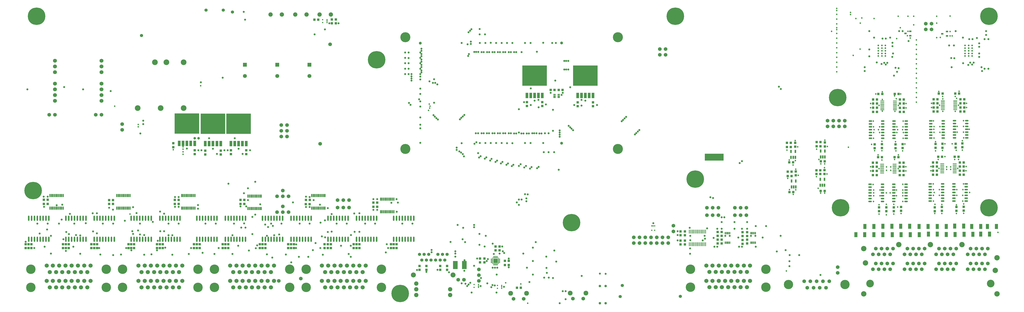
<source format=gbs>
G04*
G04 #@! TF.GenerationSoftware,Altium Limited,Altium Designer,18.1.9 (240)*
G04*
G04 Layer_Color=16711935*
%FSLAX25Y25*%
%MOIN*%
G70*
G01*
G75*
%ADD65R,0.33000X0.12000*%
%ADD69R,0.04240X0.04240*%
%ADD70R,0.04240X0.04240*%
%ADD81O,0.02862X0.09161*%
%ADD85R,0.08000X0.14000*%
%ADD86R,0.02153X0.04000*%
%ADD95R,0.01681X0.06799*%
%ADD96C,0.06500*%
%ADD97C,0.09358*%
%ADD98C,0.13295*%
%ADD99C,0.04437*%
%ADD100C,0.30500*%
%ADD101R,0.06799X0.06799*%
%ADD102C,0.06799*%
%ADD103C,0.07200*%
%ADD104C,0.16500*%
%ADD105C,0.16248*%
%ADD106C,0.08374*%
%ADD107C,0.07500*%
%ADD108C,0.05500*%
%ADD109C,0.08700*%
%ADD110C,0.17500*%
%ADD111C,0.03500*%
%ADD112C,0.05098*%
%ADD113C,0.09949*%
%ADD114C,0.02700*%
%ADD115C,0.04500*%
%ADD116C,0.03000*%
%ADD155O,0.06209X0.02862*%
%ADD156R,0.02941X0.05303*%
%ADD157R,0.03847X0.02862*%
%ADD158R,0.05500X0.08768*%
%ADD159R,0.06996X0.01681*%
%ADD160R,0.04700X0.09500*%
%ADD161R,0.42500X0.35500*%
%ADD162R,0.02075X0.05421*%
%ADD163R,0.01681X0.01681*%
%ADD164R,0.01681X0.04043*%
%ADD165R,0.04043X0.01681*%
%ADD166R,0.07587X0.07587*%
%ADD167R,0.02468X0.02075*%
%ADD168R,0.02075X0.02468*%
%ADD169R,0.03847X0.02075*%
D65*
X1202500Y260000D02*
D03*
D69*
X1395413Y285405D02*
D03*
Y278713D02*
D03*
X1394707Y237260D02*
D03*
Y230567D02*
D03*
X1343673Y278153D02*
D03*
Y284846D02*
D03*
X1344467Y228153D02*
D03*
Y234846D02*
D03*
X1586500Y165654D02*
D03*
Y172346D02*
D03*
X1624303Y166119D02*
D03*
Y172812D02*
D03*
X1598949Y166119D02*
D03*
Y172812D02*
D03*
X1637046Y166654D02*
D03*
Y173346D02*
D03*
X1482000Y282252D02*
D03*
Y275559D02*
D03*
X1494695Y282587D02*
D03*
Y275894D02*
D03*
X1530500Y282587D02*
D03*
Y275894D02*
D03*
X1518403Y282252D02*
D03*
Y275559D02*
D03*
X1588054Y276153D02*
D03*
Y282846D02*
D03*
X1599905Y276373D02*
D03*
Y283066D02*
D03*
X1634798Y277153D02*
D03*
Y283846D02*
D03*
X1623000Y276654D02*
D03*
Y283347D02*
D03*
X1489500Y172348D02*
D03*
Y165655D02*
D03*
X1502300Y172346D02*
D03*
Y165654D02*
D03*
X1528071Y172812D02*
D03*
Y166119D02*
D03*
X1515221Y172348D02*
D03*
Y165655D02*
D03*
X829000Y97154D02*
D03*
Y103847D02*
D03*
X544000Y500347D02*
D03*
Y493653D02*
D03*
X822000Y103847D02*
D03*
Y97154D02*
D03*
X795000Y82846D02*
D03*
Y76153D02*
D03*
X802500Y82846D02*
D03*
Y76153D02*
D03*
X991788Y355500D02*
D03*
Y348807D02*
D03*
X298141Y271847D02*
D03*
Y265154D02*
D03*
X964988Y355500D02*
D03*
Y348807D02*
D03*
X261000Y284068D02*
D03*
Y277375D02*
D03*
X316700Y271346D02*
D03*
Y264653D02*
D03*
X343500Y271346D02*
D03*
Y264653D02*
D03*
X876602Y355847D02*
D03*
Y349153D02*
D03*
X361197Y272000D02*
D03*
Y265307D02*
D03*
X903402Y355847D02*
D03*
Y349153D02*
D03*
X388000Y272000D02*
D03*
Y265307D02*
D03*
X79000Y107976D02*
D03*
Y101284D02*
D03*
X192770Y107976D02*
D03*
Y101284D02*
D03*
X307000Y107976D02*
D03*
Y101284D02*
D03*
X421384Y107976D02*
D03*
Y101284D02*
D03*
X535326Y107976D02*
D03*
Y101284D02*
D03*
X649498Y107976D02*
D03*
Y101284D02*
D03*
X9000Y107976D02*
D03*
Y101284D02*
D03*
X128270Y107976D02*
D03*
Y101284D02*
D03*
X242538Y107976D02*
D03*
Y101284D02*
D03*
X356691Y107976D02*
D03*
Y101284D02*
D03*
X470845Y107976D02*
D03*
Y101284D02*
D03*
X584998Y107976D02*
D03*
Y101284D02*
D03*
X73831Y107976D02*
D03*
Y101284D02*
D03*
X187770Y107976D02*
D03*
Y101284D02*
D03*
X302038Y107976D02*
D03*
Y101284D02*
D03*
X416384Y107976D02*
D03*
Y101284D02*
D03*
X529826Y107976D02*
D03*
Y101284D02*
D03*
X644498Y107976D02*
D03*
Y101284D02*
D03*
X14000Y107976D02*
D03*
Y101284D02*
D03*
X123270Y107976D02*
D03*
Y101284D02*
D03*
X237538Y107976D02*
D03*
Y101284D02*
D03*
X351691Y107976D02*
D03*
Y101284D02*
D03*
X465845Y107976D02*
D03*
Y101284D02*
D03*
X579998Y107976D02*
D03*
Y101284D02*
D03*
X69000Y107976D02*
D03*
Y101284D02*
D03*
X183067Y107976D02*
D03*
Y101284D02*
D03*
X297000Y107976D02*
D03*
Y101284D02*
D03*
X411567Y107976D02*
D03*
Y101284D02*
D03*
X524326Y107976D02*
D03*
Y101284D02*
D03*
X639831Y107976D02*
D03*
Y101284D02*
D03*
X4000Y107976D02*
D03*
Y101284D02*
D03*
X118402Y107976D02*
D03*
Y101284D02*
D03*
X232538Y107976D02*
D03*
Y101284D02*
D03*
X347000Y107976D02*
D03*
Y101284D02*
D03*
X461000Y107976D02*
D03*
Y101284D02*
D03*
X574831Y107976D02*
D03*
Y101284D02*
D03*
X1252000Y128847D02*
D03*
Y122153D02*
D03*
X1260000Y109153D02*
D03*
Y115847D02*
D03*
Y128847D02*
D03*
Y122153D02*
D03*
X1252000Y108653D02*
D03*
Y115347D02*
D03*
X1208500Y129347D02*
D03*
Y122653D02*
D03*
Y109153D02*
D03*
Y115847D02*
D03*
X1215500Y129347D02*
D03*
Y122653D02*
D03*
Y109153D02*
D03*
Y115847D02*
D03*
X1144000Y130347D02*
D03*
Y123653D02*
D03*
Y107653D02*
D03*
Y114347D02*
D03*
X1151500Y130347D02*
D03*
Y123653D02*
D03*
Y107653D02*
D03*
Y114347D02*
D03*
X737500Y63197D02*
D03*
Y69890D02*
D03*
X725500Y63197D02*
D03*
Y69890D02*
D03*
X701500Y63197D02*
D03*
Y69890D02*
D03*
X689500Y63197D02*
D03*
Y69890D02*
D03*
X537000Y493653D02*
D03*
Y500347D02*
D03*
D70*
X1388327Y252500D02*
D03*
X1395020D02*
D03*
X1387313Y230567D02*
D03*
X1380620D02*
D03*
X1388120Y201000D02*
D03*
X1394813D02*
D03*
X1380620Y237000D02*
D03*
X1387313D02*
D03*
X1336020Y284894D02*
D03*
X1329327D02*
D03*
Y277500D02*
D03*
X1336020D02*
D03*
X1337313Y234500D02*
D03*
X1330620D02*
D03*
Y227000D02*
D03*
X1337313D02*
D03*
X1340020Y250765D02*
D03*
X1333327D02*
D03*
X1340313Y199000D02*
D03*
X1333620D02*
D03*
X1380827Y286305D02*
D03*
X1387520D02*
D03*
Y278906D02*
D03*
X1380827D02*
D03*
X1599400Y260500D02*
D03*
X1592707D02*
D03*
X1590347Y250726D02*
D03*
X1583654D02*
D03*
X1621307Y260500D02*
D03*
X1628000D02*
D03*
X1630307Y250726D02*
D03*
X1637000D02*
D03*
X1583654Y243726D02*
D03*
X1590347D02*
D03*
Y236395D02*
D03*
X1583654D02*
D03*
X1590347Y229186D02*
D03*
X1583654D02*
D03*
X1630307Y243726D02*
D03*
X1637000D02*
D03*
Y236226D02*
D03*
X1630307D02*
D03*
Y229186D02*
D03*
X1637000D02*
D03*
X1488453Y370274D02*
D03*
X1495146D02*
D03*
X1532747Y353500D02*
D03*
X1526054D02*
D03*
X1486093Y360500D02*
D03*
X1479400D02*
D03*
X1523746Y370274D02*
D03*
X1517054D02*
D03*
X1526054Y360500D02*
D03*
X1532747D02*
D03*
X1486093Y353500D02*
D03*
X1479400D02*
D03*
Y346169D02*
D03*
X1486093D02*
D03*
Y338961D02*
D03*
X1479400D02*
D03*
X1526054Y346000D02*
D03*
X1532747D02*
D03*
X1526054Y338961D02*
D03*
X1532747D02*
D03*
X1600357Y370754D02*
D03*
X1593664D02*
D03*
X1591303Y346648D02*
D03*
X1584610D02*
D03*
Y353979D02*
D03*
X1591303D02*
D03*
Y360979D02*
D03*
X1584610D02*
D03*
X1622264Y370754D02*
D03*
X1628957D02*
D03*
X1631264Y353979D02*
D03*
X1637957D02*
D03*
Y346479D02*
D03*
X1631264D02*
D03*
Y360979D02*
D03*
X1637957D02*
D03*
X1591303Y339440D02*
D03*
X1584610D02*
D03*
X1631264D02*
D03*
X1637957D02*
D03*
X1485693Y243262D02*
D03*
X1479000D02*
D03*
X1485693Y250262D02*
D03*
X1479000D02*
D03*
Y235931D02*
D03*
X1485693D02*
D03*
Y228722D02*
D03*
X1479000D02*
D03*
X1525653Y235762D02*
D03*
X1532347D02*
D03*
X1525653Y228722D02*
D03*
X1532347D02*
D03*
Y243262D02*
D03*
X1525653D02*
D03*
Y250262D02*
D03*
X1532347D02*
D03*
X1488054Y260036D02*
D03*
X1494746D02*
D03*
X1523347D02*
D03*
X1516654D02*
D03*
X859359Y32000D02*
D03*
X866052D02*
D03*
X838153Y71500D02*
D03*
X844847D02*
D03*
X838153Y79000D02*
D03*
X844847D02*
D03*
X513346Y500059D02*
D03*
X506653D02*
D03*
X42309Y178260D02*
D03*
X35616D02*
D03*
X156000Y178143D02*
D03*
X149307D02*
D03*
X270331Y178167D02*
D03*
X263638D02*
D03*
X384731Y178260D02*
D03*
X378038D02*
D03*
X498331Y178053D02*
D03*
X491638D02*
D03*
X616024Y173317D02*
D03*
X609331D02*
D03*
X35653Y185546D02*
D03*
X42347D02*
D03*
X149153Y185000D02*
D03*
X155847D02*
D03*
X263638Y185353D02*
D03*
X270331D02*
D03*
X378038Y185260D02*
D03*
X384731D02*
D03*
X491845D02*
D03*
X498538D02*
D03*
X609331Y180675D02*
D03*
X616024D02*
D03*
X924658Y377153D02*
D03*
X917965D02*
D03*
X931965D02*
D03*
X938657D02*
D03*
D81*
X108963Y116669D02*
D03*
X103963D02*
D03*
X98963D02*
D03*
X93963D02*
D03*
X88963D02*
D03*
X83963D02*
D03*
X78963D02*
D03*
X73963D02*
D03*
X108963Y153362D02*
D03*
X103963D02*
D03*
X98963D02*
D03*
X93963D02*
D03*
X88963D02*
D03*
X83963D02*
D03*
X78963D02*
D03*
X73963D02*
D03*
X222770Y116669D02*
D03*
X217770D02*
D03*
X212770D02*
D03*
X207770D02*
D03*
X202770D02*
D03*
X197770D02*
D03*
X192770D02*
D03*
X187770D02*
D03*
X222770Y153362D02*
D03*
X217770D02*
D03*
X212770D02*
D03*
X207770D02*
D03*
X202770D02*
D03*
X197770D02*
D03*
X192770D02*
D03*
X187770D02*
D03*
X337038Y116669D02*
D03*
X332038D02*
D03*
X327038D02*
D03*
X322038D02*
D03*
X317038D02*
D03*
X312038D02*
D03*
X307038D02*
D03*
X302038D02*
D03*
X337038Y153362D02*
D03*
X332038D02*
D03*
X327038D02*
D03*
X322038D02*
D03*
X317038D02*
D03*
X312038D02*
D03*
X307038D02*
D03*
X302038D02*
D03*
X451384Y116669D02*
D03*
X446384D02*
D03*
X441384D02*
D03*
X436384D02*
D03*
X431384D02*
D03*
X426384D02*
D03*
X421384D02*
D03*
X416384D02*
D03*
X451384Y153362D02*
D03*
X446384D02*
D03*
X441384D02*
D03*
X436384D02*
D03*
X431384D02*
D03*
X426384D02*
D03*
X421384D02*
D03*
X416384D02*
D03*
X565345Y116669D02*
D03*
X560345D02*
D03*
X555345D02*
D03*
X550345D02*
D03*
X545345D02*
D03*
X540345D02*
D03*
X535345D02*
D03*
X530345D02*
D03*
X565345Y153362D02*
D03*
X560345D02*
D03*
X555345D02*
D03*
X550345D02*
D03*
X545345D02*
D03*
X540345D02*
D03*
X535345D02*
D03*
X530345D02*
D03*
X679498Y116669D02*
D03*
X674498D02*
D03*
X669498D02*
D03*
X664498D02*
D03*
X659498D02*
D03*
X654498D02*
D03*
X649498D02*
D03*
X644498D02*
D03*
X679498Y153362D02*
D03*
X674498D02*
D03*
X669498D02*
D03*
X664498D02*
D03*
X659498D02*
D03*
X654498D02*
D03*
X649498D02*
D03*
X644498D02*
D03*
X44463Y116516D02*
D03*
X39463D02*
D03*
X34463D02*
D03*
X29463D02*
D03*
X24463D02*
D03*
X19463D02*
D03*
X14463D02*
D03*
X9463D02*
D03*
X44463Y153209D02*
D03*
X39463D02*
D03*
X34463D02*
D03*
X29463D02*
D03*
X24463D02*
D03*
X19463D02*
D03*
X14463D02*
D03*
X9463D02*
D03*
X158270Y116516D02*
D03*
X153270D02*
D03*
X148270D02*
D03*
X143270D02*
D03*
X138270D02*
D03*
X133270D02*
D03*
X128270D02*
D03*
X123270D02*
D03*
X158270Y153209D02*
D03*
X153270D02*
D03*
X148270D02*
D03*
X143270D02*
D03*
X138270D02*
D03*
X133270D02*
D03*
X128270D02*
D03*
X123270D02*
D03*
X272538Y116516D02*
D03*
X267538D02*
D03*
X262538D02*
D03*
X257538D02*
D03*
X252538D02*
D03*
X247538D02*
D03*
X242538D02*
D03*
X237538D02*
D03*
X272538Y153209D02*
D03*
X267538D02*
D03*
X262538D02*
D03*
X257538D02*
D03*
X252538D02*
D03*
X247538D02*
D03*
X242538D02*
D03*
X237538D02*
D03*
X386691Y116516D02*
D03*
X381691D02*
D03*
X376691D02*
D03*
X371691D02*
D03*
X366691D02*
D03*
X361691D02*
D03*
X356691D02*
D03*
X351691D02*
D03*
X386691Y153209D02*
D03*
X381691D02*
D03*
X376691D02*
D03*
X371691D02*
D03*
X366691D02*
D03*
X361691D02*
D03*
X356691D02*
D03*
X351691D02*
D03*
X500845Y116516D02*
D03*
X495845D02*
D03*
X490845D02*
D03*
X485845D02*
D03*
X480845D02*
D03*
X475845D02*
D03*
X470845D02*
D03*
X465845D02*
D03*
X500845Y153209D02*
D03*
X495845D02*
D03*
X490845D02*
D03*
X485845D02*
D03*
X480845D02*
D03*
X475845D02*
D03*
X470845D02*
D03*
X465845D02*
D03*
X614998Y116516D02*
D03*
X609998D02*
D03*
X604998D02*
D03*
X599998D02*
D03*
X594998D02*
D03*
X589998D02*
D03*
X584998D02*
D03*
X579998D02*
D03*
X614998Y153209D02*
D03*
X609998D02*
D03*
X604998D02*
D03*
X599998D02*
D03*
X594998D02*
D03*
X589998D02*
D03*
X584998D02*
D03*
X579998D02*
D03*
D85*
X767500Y71500D02*
D03*
X752004D02*
D03*
D86*
X1266500Y127287D02*
D03*
Y110711D02*
D03*
X1269059D02*
D03*
X1271618D02*
D03*
X1274177D02*
D03*
X1269059Y127287D02*
D03*
X1271618D02*
D03*
X1274177D02*
D03*
X1222000D02*
D03*
Y110711D02*
D03*
X1224559D02*
D03*
X1227118D02*
D03*
X1229677D02*
D03*
X1224559Y127287D02*
D03*
X1227118D02*
D03*
X1229677D02*
D03*
D95*
X1159425Y130024D02*
D03*
X1161984D02*
D03*
X1164543D02*
D03*
X1167102D02*
D03*
X1169661D02*
D03*
X1172221D02*
D03*
X1174780D02*
D03*
X1177339D02*
D03*
X1179898D02*
D03*
X1182457D02*
D03*
X1185016D02*
D03*
X1187575D02*
D03*
X1159425Y107976D02*
D03*
X1161984D02*
D03*
X1164543D02*
D03*
X1167102D02*
D03*
X1169661D02*
D03*
X1172221D02*
D03*
X1174780D02*
D03*
X1177339D02*
D03*
X1179898D02*
D03*
X1182457D02*
D03*
X1185016D02*
D03*
X1187575D02*
D03*
D96*
X1400000Y313500D02*
D03*
X1410000D02*
D03*
X1420000D02*
D03*
X1430000D02*
D03*
Y323500D02*
D03*
X1420000D02*
D03*
X1410000D02*
D03*
X1400000D02*
D03*
X1504016Y74300D02*
D03*
X1494016D02*
D03*
X1484016D02*
D03*
X1514016D02*
D03*
X1479016Y64300D02*
D03*
X1489016D02*
D03*
X1499016D02*
D03*
X1509016D02*
D03*
Y90284D02*
D03*
X1499016D02*
D03*
X1489016D02*
D03*
X1479016D02*
D03*
X1514016Y100284D02*
D03*
X1484016D02*
D03*
X1494016D02*
D03*
X1504016D02*
D03*
X1559016Y74300D02*
D03*
X1549016D02*
D03*
X1539016D02*
D03*
X1569016D02*
D03*
X1534016Y64300D02*
D03*
X1544016D02*
D03*
X1554016D02*
D03*
X1564016D02*
D03*
Y90284D02*
D03*
X1554016D02*
D03*
X1544016D02*
D03*
X1534016D02*
D03*
X1569016Y100284D02*
D03*
X1539016D02*
D03*
X1549016D02*
D03*
X1559016D02*
D03*
X1614016Y74300D02*
D03*
X1604016D02*
D03*
X1594016D02*
D03*
X1624016D02*
D03*
X1589016Y64300D02*
D03*
X1599016D02*
D03*
X1609016D02*
D03*
X1619016D02*
D03*
Y90284D02*
D03*
X1609016D02*
D03*
X1599016D02*
D03*
X1589016D02*
D03*
X1624016Y100284D02*
D03*
X1594016D02*
D03*
X1604016D02*
D03*
X1614016D02*
D03*
X1669016D02*
D03*
X1659016D02*
D03*
X1649016D02*
D03*
X1679016D02*
D03*
X1644016Y90284D02*
D03*
X1654016D02*
D03*
X1664016D02*
D03*
X1674016D02*
D03*
Y64300D02*
D03*
X1664016D02*
D03*
X1654016D02*
D03*
X1644016D02*
D03*
X1679016Y74300D02*
D03*
X1649016D02*
D03*
X1659016D02*
D03*
X1669016D02*
D03*
X1581000Y493000D02*
D03*
Y483000D02*
D03*
X1571000D02*
D03*
Y493000D02*
D03*
X1118000Y448606D02*
D03*
Y438606D02*
D03*
X1108000D02*
D03*
Y448606D02*
D03*
X1375547Y31909D02*
D03*
X1364642D02*
D03*
X1386453D02*
D03*
X1397358D02*
D03*
X1402811Y43091D02*
D03*
X1391905D02*
D03*
X1381000D02*
D03*
X1359189D02*
D03*
X1370094D02*
D03*
X974500Y12760D02*
D03*
X956783D02*
D03*
X871000Y12498D02*
D03*
X853284D02*
D03*
X136000Y333853D02*
D03*
X126000D02*
D03*
X171995Y307500D02*
D03*
Y317500D02*
D03*
X461500Y191499D02*
D03*
X451500D02*
D03*
X441500D02*
D03*
X451500Y201499D02*
D03*
X567000Y172000D02*
D03*
X557000D02*
D03*
X547000D02*
D03*
X566983Y185000D02*
D03*
X556983D02*
D03*
X546983D02*
D03*
X459000Y315917D02*
D03*
Y305917D02*
D03*
Y295917D02*
D03*
X449000D02*
D03*
Y305917D02*
D03*
Y315917D02*
D03*
X45000Y333853D02*
D03*
X55000D02*
D03*
X451500Y174000D02*
D03*
X441500Y164000D02*
D03*
X451500D02*
D03*
X461500D02*
D03*
X793000Y64000D02*
D03*
Y54000D02*
D03*
Y44000D02*
D03*
X767000Y46000D02*
D03*
X757000D02*
D03*
X1131500Y130289D02*
D03*
Y140289D02*
D03*
X1092500Y120000D02*
D03*
X1102500D02*
D03*
X1082500D02*
D03*
X1072500D02*
D03*
X1112500D02*
D03*
X1122500D02*
D03*
X1062500D02*
D03*
Y110000D02*
D03*
X1072500D02*
D03*
X1082500D02*
D03*
X1092500D02*
D03*
X1102500D02*
D03*
X1112500D02*
D03*
X1122500D02*
D03*
X1210000Y171500D02*
D03*
X1200000D02*
D03*
X1190000D02*
D03*
X1238500Y158500D02*
D03*
X1248500D02*
D03*
X1258500D02*
D03*
X1210000D02*
D03*
X1200000D02*
D03*
X1190000D02*
D03*
X1238500Y171500D02*
D03*
X1248500D02*
D03*
X1258500D02*
D03*
X1417500Y58000D02*
D03*
Y68000D02*
D03*
X516646Y283347D02*
D03*
X534000Y457000D02*
D03*
X985388Y394894D02*
D03*
Y409394D02*
D03*
X978388Y402153D02*
D03*
X971388Y409394D02*
D03*
Y394394D02*
D03*
X897002Y394894D02*
D03*
Y409394D02*
D03*
X890002Y402153D02*
D03*
X883002Y409394D02*
D03*
Y394394D02*
D03*
X381600Y325305D02*
D03*
X374600Y318065D02*
D03*
X381600Y310805D02*
D03*
X367600Y310305D02*
D03*
Y325305D02*
D03*
X337100Y325305D02*
D03*
Y310805D02*
D03*
X330100Y318065D02*
D03*
X323100Y325305D02*
D03*
Y310305D02*
D03*
X291741Y311240D02*
D03*
Y325740D02*
D03*
X284741Y318500D02*
D03*
X277741Y325740D02*
D03*
Y310740D02*
D03*
X483014Y48000D02*
D03*
X444500Y43900D02*
D03*
D97*
X1695000Y21308D02*
D03*
Y84300D02*
D03*
X1691909Y62292D02*
D03*
X1634016Y107292D02*
D03*
X1579016D02*
D03*
X1524016D02*
D03*
X1466024Y75284D02*
D03*
X1462933Y100284D02*
D03*
Y21308D02*
D03*
D98*
X1474016Y39300D02*
D03*
X1684016D02*
D03*
D99*
X1013500Y4752D02*
D03*
X1003500D02*
D03*
X1013500Y34752D02*
D03*
X1003500D02*
D03*
D100*
X1422500Y171500D02*
D03*
X1417500Y364000D02*
D03*
X1681000Y171500D02*
D03*
X954454Y145500D02*
D03*
X656000Y22000D02*
D03*
X23000Y506000D02*
D03*
X1681000D02*
D03*
X17000Y201499D02*
D03*
X615000Y430000D02*
D03*
X1135000Y506000D02*
D03*
X1169500Y221500D02*
D03*
D101*
X497996Y421307D02*
D03*
X441881Y421307D02*
D03*
X385767D02*
D03*
D102*
X497996Y401607D02*
D03*
X441881Y401607D02*
D03*
X385767D02*
D03*
X55000Y358381D02*
D03*
Y368381D02*
D03*
Y378381D02*
D03*
Y388381D02*
D03*
Y408381D02*
D03*
Y418381D02*
D03*
Y428381D02*
D03*
X136000Y358381D02*
D03*
Y368381D02*
D03*
Y378381D02*
D03*
Y388381D02*
D03*
Y408381D02*
D03*
Y418381D02*
D03*
Y428381D02*
D03*
D103*
X519700Y43900D02*
D03*
X530600D02*
D03*
X552400D02*
D03*
X541500D02*
D03*
X585100D02*
D03*
X596000D02*
D03*
X574200D02*
D03*
X563300D02*
D03*
X525150Y32700D02*
D03*
X536050D02*
D03*
X557850D02*
D03*
X546950D02*
D03*
X590550D02*
D03*
X579650D02*
D03*
X568750D02*
D03*
X546950Y59300D02*
D03*
X536050D02*
D03*
X525150D02*
D03*
X568750D02*
D03*
X557850D02*
D03*
X579650D02*
D03*
X590550D02*
D03*
X563300Y70500D02*
D03*
X574200D02*
D03*
X596000D02*
D03*
X585100D02*
D03*
X541500D02*
D03*
X552400D02*
D03*
X530600D02*
D03*
X519700D02*
D03*
X359967Y43900D02*
D03*
X370867D02*
D03*
X392667D02*
D03*
X381767D02*
D03*
X425367D02*
D03*
X436267D02*
D03*
X414467D02*
D03*
X403567D02*
D03*
X365417Y32700D02*
D03*
X376317D02*
D03*
X398117D02*
D03*
X387217D02*
D03*
X430817D02*
D03*
X419917D02*
D03*
X409017D02*
D03*
X387217Y59300D02*
D03*
X376317D02*
D03*
X365417D02*
D03*
X409017D02*
D03*
X398117D02*
D03*
X419917D02*
D03*
X430817D02*
D03*
X403567Y70500D02*
D03*
X414467D02*
D03*
X436267D02*
D03*
X425367D02*
D03*
X381767D02*
D03*
X392667D02*
D03*
X370867D02*
D03*
X359967D02*
D03*
X200233Y43900D02*
D03*
X211133D02*
D03*
X232933D02*
D03*
X222033D02*
D03*
X265633D02*
D03*
X276533D02*
D03*
X254733D02*
D03*
X243833D02*
D03*
X205683Y32700D02*
D03*
X216583D02*
D03*
X238383D02*
D03*
X227483D02*
D03*
X271083D02*
D03*
X260183D02*
D03*
X249283D02*
D03*
X227483Y59300D02*
D03*
X216583D02*
D03*
X205683D02*
D03*
X249283D02*
D03*
X238383D02*
D03*
X260183D02*
D03*
X271083D02*
D03*
X243833Y70500D02*
D03*
X254733D02*
D03*
X276533D02*
D03*
X265633D02*
D03*
X222033D02*
D03*
X232933D02*
D03*
X211133D02*
D03*
X200233D02*
D03*
X40500Y43900D02*
D03*
X51400D02*
D03*
X73200D02*
D03*
X62300D02*
D03*
X105900D02*
D03*
X116800D02*
D03*
X95000D02*
D03*
X84100D02*
D03*
X45950Y32700D02*
D03*
X56850D02*
D03*
X78650D02*
D03*
X67750D02*
D03*
X111350D02*
D03*
X100450D02*
D03*
X89550D02*
D03*
X67750Y59300D02*
D03*
X56850D02*
D03*
X45950D02*
D03*
X89550D02*
D03*
X78650D02*
D03*
X100450D02*
D03*
X111350D02*
D03*
X84100Y70500D02*
D03*
X95000D02*
D03*
X116800D02*
D03*
X105900D02*
D03*
X62300D02*
D03*
X73200D02*
D03*
X51400D02*
D03*
X40500D02*
D03*
X1188800Y44000D02*
D03*
X1199700D02*
D03*
X1221500D02*
D03*
X1210600D02*
D03*
X1254200D02*
D03*
X1265100D02*
D03*
X1243300D02*
D03*
X1232400D02*
D03*
X1194250Y32800D02*
D03*
X1205150D02*
D03*
X1226950D02*
D03*
X1216050D02*
D03*
X1259650D02*
D03*
X1248750D02*
D03*
X1237850D02*
D03*
X1216050Y59400D02*
D03*
X1205150D02*
D03*
X1194250D02*
D03*
X1237850D02*
D03*
X1226950D02*
D03*
X1248750D02*
D03*
X1259650D02*
D03*
X1232400Y70600D02*
D03*
X1243300D02*
D03*
X1265100D02*
D03*
X1254200D02*
D03*
X1210600D02*
D03*
X1221500D02*
D03*
X1199700D02*
D03*
X1188800D02*
D03*
D104*
X492250Y32700D02*
D03*
Y64200D02*
D03*
X623450D02*
D03*
Y32700D02*
D03*
X332517D02*
D03*
Y64200D02*
D03*
X463717D02*
D03*
Y32700D02*
D03*
X172783D02*
D03*
Y64200D02*
D03*
X303983D02*
D03*
Y32700D02*
D03*
X13050D02*
D03*
Y64200D02*
D03*
X144250D02*
D03*
Y32700D02*
D03*
X1161350Y32800D02*
D03*
Y64300D02*
D03*
X1292550D02*
D03*
Y32800D02*
D03*
D105*
X1331807Y37500D02*
D03*
X1430193D02*
D03*
D106*
X979441Y22563D02*
D03*
X951842D02*
D03*
X875941Y22302D02*
D03*
X848343D02*
D03*
D107*
X683900Y39303D02*
D03*
Y29303D02*
D03*
Y19303D02*
D03*
X743100Y29303D02*
D03*
Y19303D02*
D03*
X515660Y509000D02*
D03*
X535345D02*
D03*
X430158D02*
D03*
X449843D02*
D03*
X473158D02*
D03*
X492842D02*
D03*
D108*
X733500Y80303D02*
D03*
X725508D02*
D03*
X717508D02*
D03*
X693508D02*
D03*
X701508D02*
D03*
X709500D02*
D03*
X729500Y90303D02*
D03*
X721500D02*
D03*
X737500D02*
D03*
X705500D02*
D03*
X697500D02*
D03*
X689500D02*
D03*
X1039000Y16500D02*
D03*
X205683Y472208D02*
D03*
X318000Y516598D02*
D03*
X364000Y513304D02*
D03*
X347921Y516508D02*
D03*
X1143500Y17000D02*
D03*
X1042500Y36000D02*
D03*
D109*
X748100Y54303D02*
D03*
X678900D02*
D03*
D110*
X1034831Y274289D02*
D03*
X664831Y469289D02*
D03*
Y274289D02*
D03*
X1034831Y469289D02*
D03*
D111*
X762831Y284339D02*
D03*
Y459339D02*
D03*
X690831Y284789D02*
D03*
X1620476Y432472D02*
D03*
X1620018Y454976D02*
D03*
X759000Y270000D02*
D03*
X754153Y276465D02*
D03*
Y272539D02*
D03*
X762000Y268000D02*
D03*
X764909Y265154D02*
D03*
X691000Y316670D02*
D03*
X507000Y474100D02*
D03*
X1318747Y379039D02*
D03*
X1315142Y382889D02*
D03*
X1247000Y249500D02*
D03*
X883347Y379789D02*
D03*
X1518403Y416024D02*
D03*
X1520843Y408779D02*
D03*
X1515621Y402355D02*
D03*
X1530500Y480000D02*
D03*
X1540937Y462653D02*
D03*
X875531Y183030D02*
D03*
X1251000Y253000D02*
D03*
X932000Y238000D02*
D03*
X878000Y195000D02*
D03*
X1292962Y139538D02*
D03*
X1275000D02*
D03*
X1318340Y122653D02*
D03*
X674000Y351316D02*
D03*
X690831Y329269D02*
D03*
X721500Y325500D02*
D03*
X716409Y330591D02*
D03*
X718954Y328046D02*
D03*
X713863Y333137D02*
D03*
X1003500Y56500D02*
D03*
X671329Y354466D02*
D03*
X785264Y283154D02*
D03*
X767000Y261300D02*
D03*
X815000Y257000D02*
D03*
X812500Y254000D02*
D03*
X821894Y251515D02*
D03*
X824500Y254000D02*
D03*
X788500Y286000D02*
D03*
X910500Y66500D02*
D03*
X203654Y301275D02*
D03*
X208500Y323500D02*
D03*
Y317453D02*
D03*
X491831Y172760D02*
D03*
X263831Y173260D02*
D03*
X922000Y49000D02*
D03*
X924347Y97000D02*
D03*
X933500Y5000D02*
D03*
X944000Y12000D02*
D03*
X939000Y26000D02*
D03*
X944000Y25872D02*
D03*
X1523500Y415319D02*
D03*
X640500Y180234D02*
D03*
X412288Y177500D02*
D03*
X190823Y172500D02*
D03*
X67500Y177000D02*
D03*
X1311677Y95300D02*
D03*
X1350500Y88859D02*
D03*
X1333500Y69572D02*
D03*
X1334000Y88859D02*
D03*
X1333500Y78322D02*
D03*
X1327000Y97500D02*
D03*
X1387500Y54068D02*
D03*
X71000Y382097D02*
D03*
X706971Y392261D02*
D03*
X715000Y396000D02*
D03*
X532500Y493653D02*
D03*
X548500Y493500D02*
D03*
X524818Y483000D02*
D03*
X308808Y390489D02*
D03*
X104000Y378214D02*
D03*
X7000D02*
D03*
X1238000Y146500D02*
D03*
X1472500Y436000D02*
D03*
X951842Y381889D02*
D03*
X926000Y393653D02*
D03*
X403500Y217000D02*
D03*
X310000Y272000D02*
D03*
X304500Y272000D02*
D03*
X715000Y355035D02*
D03*
X780439Y23415D02*
D03*
X859000Y181000D02*
D03*
X910235Y86347D02*
D03*
X876500Y67042D02*
D03*
X892000Y111667D02*
D03*
X881000Y42000D02*
D03*
X911465Y58000D02*
D03*
X906500Y49500D02*
D03*
X391000Y185000D02*
D03*
X346806Y398648D02*
D03*
X152000Y375074D02*
D03*
X225323Y147000D02*
D03*
X806000Y259500D02*
D03*
X803234Y257175D02*
D03*
X831382Y249026D02*
D03*
X834000Y251500D02*
D03*
X793294Y259115D02*
D03*
X420935Y142131D02*
D03*
X434374Y140000D02*
D03*
X425876Y138000D02*
D03*
X466438Y76153D02*
D03*
X385908Y500012D02*
D03*
X383742Y513489D02*
D03*
X474760Y101284D02*
D03*
X475117Y107653D02*
D03*
X424061Y90390D02*
D03*
X404715Y101000D02*
D03*
X433421Y84592D02*
D03*
X406850Y106000D02*
D03*
X570279Y124049D02*
D03*
X66636Y150789D02*
D03*
X120600Y161976D02*
D03*
X392667Y96877D02*
D03*
X332517Y91000D02*
D03*
X288000D02*
D03*
X170000Y90000D02*
D03*
X134000D02*
D03*
X42331Y190760D02*
D03*
X58000Y176000D02*
D03*
X35831Y173260D02*
D03*
X394500Y272000D02*
D03*
X373909Y105331D02*
D03*
X364054Y90788D02*
D03*
X436500Y123500D02*
D03*
X252577Y123614D02*
D03*
X244865Y130500D02*
D03*
X188000Y97211D02*
D03*
X203000Y125000D02*
D03*
X210347Y124000D02*
D03*
X517141Y145455D02*
D03*
X585100Y162000D02*
D03*
X536665Y160558D02*
D03*
X516380Y177000D02*
D03*
X469345Y181000D02*
D03*
X498331Y190260D02*
D03*
X491831Y190760D02*
D03*
X505400Y185000D02*
D03*
X199571Y131892D02*
D03*
X189620Y130500D02*
D03*
X238154D02*
D03*
X384000Y197000D02*
D03*
X247000Y102000D02*
D03*
X232500Y97211D02*
D03*
X190823Y125823D02*
D03*
X87000Y103667D02*
D03*
X635000Y101284D02*
D03*
X632500Y107800D02*
D03*
X570000Y85900D02*
D03*
X496000D02*
D03*
X457000Y90000D02*
D03*
X479500Y85900D02*
D03*
X340000Y101284D02*
D03*
X223000Y90303D02*
D03*
X259270Y89500D02*
D03*
X132000Y101284D02*
D03*
X69500Y116479D02*
D03*
X37000Y103667D02*
D03*
X4000Y112260D02*
D03*
X91760Y124000D02*
D03*
X81000Y161000D02*
D03*
X156000Y168202D02*
D03*
X149424Y171424D02*
D03*
X391094Y205405D02*
D03*
X388000Y174000D02*
D03*
X649498Y186500D02*
D03*
X525000Y149714D02*
D03*
X403567Y159500D02*
D03*
X379224Y136776D02*
D03*
X238000Y165000D02*
D03*
X61823Y144000D02*
D03*
X176711Y149000D02*
D03*
X594998Y143760D02*
D03*
X630969Y93500D02*
D03*
X553000Y105240D02*
D03*
X517000Y101284D02*
D03*
X525459Y120000D02*
D03*
X424000Y122653D02*
D03*
X445400Y125000D02*
D03*
X398748Y155500D02*
D03*
Y125500D02*
D03*
X386554Y137000D02*
D03*
X364054Y123653D02*
D03*
X312000Y93000D02*
D03*
X292000Y101284D02*
D03*
X179000D02*
D03*
X210347Y89569D02*
D03*
X259270Y123653D02*
D03*
X234000Y113787D02*
D03*
X244847Y161153D02*
D03*
X197000Y162160D02*
D03*
X108500Y144706D02*
D03*
X156331Y89000D02*
D03*
X128024Y127024D02*
D03*
X74654Y129347D02*
D03*
X128024Y161976D02*
D03*
X121331Y130331D02*
D03*
X98847Y123346D02*
D03*
Y91285D02*
D03*
X79323Y125500D02*
D03*
X73831Y96169D02*
D03*
X28323Y126532D02*
D03*
X41153Y133587D02*
D03*
X47846Y91500D02*
D03*
Y122500D02*
D03*
X19000Y101284D02*
D03*
X431191Y143760D02*
D03*
X384384Y144206D02*
D03*
X741000Y58903D02*
D03*
X721000Y63163D02*
D03*
X701508Y59400D02*
D03*
X685300Y63059D02*
D03*
X576000Y161535D02*
D03*
X650000Y164650D02*
D03*
X652000Y180526D02*
D03*
X529806Y170835D02*
D03*
X615831Y167996D02*
D03*
X357000Y213712D02*
D03*
X840822Y246587D02*
D03*
X843500Y249000D02*
D03*
X848481Y301500D02*
D03*
X844881D02*
D03*
X839032D02*
D03*
X835432D02*
D03*
X862706Y186000D02*
D03*
X875531Y188000D02*
D03*
X867153Y186000D02*
D03*
X862500Y176500D02*
D03*
X873207Y195091D02*
D03*
X818941Y90788D02*
D03*
X529972Y129087D02*
D03*
X536600Y130000D02*
D03*
X519500Y121500D02*
D03*
X508491Y109991D02*
D03*
X504000Y97500D02*
D03*
X521321Y89569D02*
D03*
X566153Y90847D02*
D03*
X570000Y105240D02*
D03*
X576500Y129500D02*
D03*
X585100Y129600D02*
D03*
X791563Y301500D02*
D03*
Y267000D02*
D03*
X797637Y301500D02*
D03*
X801237D02*
D03*
X796000Y261500D02*
D03*
X807086Y301500D02*
D03*
X810686D02*
D03*
X202884Y143760D02*
D03*
X449331D02*
D03*
X1160000Y136500D02*
D03*
X951909Y311962D02*
D03*
X303831Y170050D02*
D03*
Y176260D02*
D03*
X498331Y172774D02*
D03*
X615831Y186496D02*
D03*
X1013500Y56087D02*
D03*
X1645000Y420832D02*
D03*
X1651500Y421500D02*
D03*
X752000Y95702D02*
D03*
X743500Y112000D02*
D03*
X768997Y111500D02*
D03*
X1160500Y91298D02*
D03*
X823500Y23500D02*
D03*
X998500Y351000D02*
D03*
X959000D02*
D03*
X909500Y352000D02*
D03*
X883302Y351000D02*
D03*
X355500Y272000D02*
D03*
X350000D02*
D03*
X367900Y293000D02*
D03*
X323400D02*
D03*
X381600Y265500D02*
D03*
X336800D02*
D03*
X922000Y342500D02*
D03*
X871500Y355847D02*
D03*
X896702Y360000D02*
D03*
X897002Y347000D02*
D03*
X971688Y360000D02*
D03*
Y350000D02*
D03*
X1676000Y473307D02*
D03*
X1635500Y468500D02*
D03*
X1636000Y424000D02*
D03*
X1481000Y468500D02*
D03*
X1485642Y425342D02*
D03*
X1668000Y417000D02*
D03*
X1616000D02*
D03*
X1464500D02*
D03*
X1200500Y188700D02*
D03*
X764500Y116500D02*
D03*
X270331Y173260D02*
D03*
X1472500Y448000D02*
D03*
X787500Y301500D02*
D03*
X1251000Y135000D02*
D03*
X1208000D02*
D03*
X1139000Y130500D02*
D03*
X794000Y126000D02*
D03*
Y107000D02*
D03*
X270331Y190260D02*
D03*
X918000Y372307D02*
D03*
X978388Y358653D02*
D03*
X890002D02*
D03*
X374600Y274565D02*
D03*
X330100Y274565D02*
D03*
X284741Y275000D02*
D03*
X752000Y86197D02*
D03*
X767500Y61500D02*
D03*
X768000Y80000D02*
D03*
X1275000Y103500D02*
D03*
X1186500Y117500D02*
D03*
X1160500Y100425D02*
D03*
X1220163Y155000D02*
D03*
X1215500D02*
D03*
X1190266Y135525D02*
D03*
X765500Y136500D02*
D03*
X914500Y49500D02*
D03*
X927500Y77500D02*
D03*
X1196000Y190000D02*
D03*
X894000Y444000D02*
D03*
X893311Y301500D02*
D03*
X689000Y360815D02*
D03*
X862500Y343500D02*
D03*
Y303000D02*
D03*
X922000Y306000D02*
D03*
X923846Y268500D02*
D03*
X1046591Y327591D02*
D03*
X1069591Y304591D02*
D03*
X1260000Y135000D02*
D03*
Y146500D02*
D03*
X764954Y330954D02*
D03*
X933500Y302900D02*
D03*
X1072137Y307137D02*
D03*
X1049137Y330137D02*
D03*
X767500Y333500D02*
D03*
X949363Y314508D02*
D03*
X933500Y306500D02*
D03*
X690831Y357390D02*
D03*
X1238000Y135000D02*
D03*
X1215500Y146500D02*
D03*
Y135000D02*
D03*
X759863Y325863D02*
D03*
X762409Y328409D02*
D03*
X933500Y295700D02*
D03*
Y299300D02*
D03*
X954454Y309417D02*
D03*
X957000Y306871D02*
D03*
X1041500Y322500D02*
D03*
X1044046Y325046D02*
D03*
X1067046Y302046D02*
D03*
X1064500Y299500D02*
D03*
X948730Y428000D02*
D03*
X941530D02*
D03*
X945130D02*
D03*
X948730Y413000D02*
D03*
X941530D02*
D03*
X945130D02*
D03*
X867153Y443237D02*
D03*
X857930D02*
D03*
X854330D02*
D03*
X848481D02*
D03*
X844881D02*
D03*
X839032D02*
D03*
X811000D02*
D03*
X816535D02*
D03*
X820135D02*
D03*
X825983D02*
D03*
X829583D02*
D03*
X835432D02*
D03*
X914397Y301500D02*
D03*
Y268500D02*
D03*
X906000D02*
D03*
X894334Y240575D02*
D03*
X897000Y243000D02*
D03*
X881894Y240015D02*
D03*
X884500Y242500D02*
D03*
X872000Y242000D02*
D03*
X875000Y244500D02*
D03*
X862500D02*
D03*
X865500Y247500D02*
D03*
X850262Y244147D02*
D03*
X853000Y246500D02*
D03*
X907873Y301500D02*
D03*
X902024Y301275D02*
D03*
X898424D02*
D03*
X889426Y301500D02*
D03*
X885826D02*
D03*
X876377Y301275D02*
D03*
X879977D02*
D03*
X866928D02*
D03*
X870528D02*
D03*
X857930D02*
D03*
X854330D02*
D03*
X829583Y301500D02*
D03*
X825984D02*
D03*
X820135D02*
D03*
X816535D02*
D03*
X803612Y474100D02*
D03*
X794163Y483500D02*
D03*
Y474100D02*
D03*
X807311Y443237D02*
D03*
X780091Y483091D02*
D03*
X777546Y480546D02*
D03*
X775000Y478000D02*
D03*
X801237Y443237D02*
D03*
X797637D02*
D03*
X792013Y443500D02*
D03*
X784813D02*
D03*
X788413D02*
D03*
X664500Y414309D02*
D03*
X675500Y404859D02*
D03*
X690831Y400500D02*
D03*
X670500Y404859D02*
D03*
X664500Y404859D02*
D03*
X670500Y414308D02*
D03*
Y423757D02*
D03*
X664500D02*
D03*
X670500Y433000D02*
D03*
X664500Y433206D02*
D03*
X670500Y442654D02*
D03*
X664500D02*
D03*
X693000Y411384D02*
D03*
Y407784D02*
D03*
Y420832D02*
D03*
Y417232D02*
D03*
Y430281D02*
D03*
Y426681D02*
D03*
Y439730D02*
D03*
Y436130D02*
D03*
X690831Y310371D02*
D03*
X690831Y348166D02*
D03*
X690831Y395411D02*
D03*
X693000Y449179D02*
D03*
Y445579D02*
D03*
X378038Y174000D02*
D03*
X773215Y456777D02*
D03*
X779000Y461500D02*
D03*
X774300Y436400D02*
D03*
X775500Y440000D02*
D03*
X778965Y457500D02*
D03*
X710536Y94036D02*
D03*
X710500Y98000D02*
D03*
X720500Y386900D02*
D03*
X717000Y389500D02*
D03*
X713000D02*
D03*
X784500Y141500D02*
D03*
X756000D02*
D03*
X784500Y137500D02*
D03*
Y70341D02*
D03*
X675500Y401000D02*
D03*
X772500Y35000D02*
D03*
X675500Y397321D02*
D03*
X775046Y37546D02*
D03*
X675500Y393500D02*
D03*
X778000Y40500D02*
D03*
X1266500Y122653D02*
D03*
X1274177D02*
D03*
X1221921D02*
D03*
X1229677D02*
D03*
X1096500Y144500D02*
D03*
X1646500Y466051D02*
D03*
X1664000Y452543D02*
D03*
X1648453Y425000D02*
D03*
X1654358D02*
D03*
X1664000Y458500D02*
D03*
Y440732D02*
D03*
Y434827D02*
D03*
X1652390Y466051D02*
D03*
X1611500Y454904D02*
D03*
X1615154Y432927D02*
D03*
X1660000Y468000D02*
D03*
X1623000Y480000D02*
D03*
X1676000D02*
D03*
X1669000Y410307D02*
D03*
X1679847Y414308D02*
D03*
X1673153D02*
D03*
X1679847Y466000D02*
D03*
X1673153Y466051D02*
D03*
X1501390Y467000D02*
D03*
X1495500D02*
D03*
X1472516Y480000D02*
D03*
X1524500D02*
D03*
X1509000Y468500D02*
D03*
X1501390Y421500D02*
D03*
X1494000Y422500D02*
D03*
X1464500Y410307D02*
D03*
X1512643Y434827D02*
D03*
X1513000Y453500D02*
D03*
Y459500D02*
D03*
X1504000Y424500D02*
D03*
X1498500D02*
D03*
X1514000Y440732D02*
D03*
X690831Y370214D02*
D03*
X690831Y379663D02*
D03*
X690831Y404859D02*
D03*
X690831Y414308D02*
D03*
X690831Y423757D02*
D03*
X690831Y433206D02*
D03*
X690831Y442654D02*
D03*
X882902Y459339D02*
D03*
X873452Y459339D02*
D03*
X851406Y459339D02*
D03*
X841957Y459339D02*
D03*
X832508Y459339D02*
D03*
X823059Y459339D02*
D03*
X813610Y459500D02*
D03*
X804161Y459339D02*
D03*
X794713Y459339D02*
D03*
X904949Y459500D02*
D03*
X920697Y459338D02*
D03*
X926996Y459339D02*
D03*
X904949Y284500D02*
D03*
X882902D02*
D03*
X873453D02*
D03*
X851406Y284339D02*
D03*
X841957Y284339D02*
D03*
X832508Y284500D02*
D03*
X823059D02*
D03*
X813610D02*
D03*
X804161D02*
D03*
X794713D02*
D03*
X936811Y368653D02*
D03*
X938811Y372153D02*
D03*
X1139000Y114500D02*
D03*
Y124000D02*
D03*
X1186000Y122500D02*
D03*
X1203000Y103500D02*
D03*
X1246000D02*
D03*
X1287000Y119500D02*
D03*
X1244500D02*
D03*
X1251000Y103500D02*
D03*
X1208000D02*
D03*
X1161000Y115000D02*
D03*
Y122500D02*
D03*
X1182500Y114500D02*
D03*
X1201500Y119000D02*
D03*
X816500Y36500D02*
D03*
X817000Y67000D02*
D03*
X821000D02*
D03*
X820619Y36000D02*
D03*
X806746Y78663D02*
D03*
X808500Y82000D02*
D03*
X796500Y49000D02*
D03*
X803000Y104000D02*
D03*
X817000Y109000D02*
D03*
X833500Y104000D02*
D03*
X837000Y92500D02*
D03*
X834500Y95500D02*
D03*
X805000Y122500D02*
D03*
X845000Y67500D02*
D03*
Y83000D02*
D03*
X824000Y55000D02*
D03*
X829000Y91500D02*
D03*
X790000Y83000D02*
D03*
X825000Y67000D02*
D03*
X836500Y33500D02*
D03*
X814500Y33000D02*
D03*
X752000Y91500D02*
D03*
X807500Y39500D02*
D03*
X763000D02*
D03*
X769500Y39000D02*
D03*
X796000Y35000D02*
D03*
X887099Y101850D02*
D03*
X886926Y78480D02*
D03*
Y54980D02*
D03*
X870228Y91480D02*
D03*
X972000Y52500D02*
D03*
X35331Y190760D02*
D03*
X263831Y190260D02*
D03*
X609331Y167996D02*
D03*
Y186496D02*
D03*
X24231Y143760D02*
D03*
X42331D02*
D03*
X88731D02*
D03*
X138384D02*
D03*
X156331D02*
D03*
X252538D02*
D03*
X270331D02*
D03*
X317038D02*
D03*
X334831D02*
D03*
X366691D02*
D03*
X480845D02*
D03*
X498331D02*
D03*
X562831D02*
D03*
X545345D02*
D03*
X677331D02*
D03*
X659498D02*
D03*
X612331D02*
D03*
D112*
X936831Y284339D02*
D03*
Y459339D02*
D03*
X690831Y458789D02*
D03*
D113*
X229101Y425717D02*
D03*
X249101D02*
D03*
X279101D02*
D03*
Y345717D02*
D03*
X239101D02*
D03*
X199101D02*
D03*
D114*
X261000Y273000D02*
D03*
X278041Y265000D02*
D03*
Y278000D02*
D03*
Y273923D02*
D03*
Y269338D02*
D03*
X1604372Y283347D02*
D03*
X1604444Y261024D02*
D03*
X1436195Y277152D02*
D03*
X1588000Y287000D02*
D03*
X1584866Y308408D02*
D03*
X1586994Y177494D02*
D03*
X1585504Y198106D02*
D03*
X1628000Y350648D02*
D03*
X1625562Y303408D02*
D03*
X1646592Y308408D02*
D03*
X1607300Y242954D02*
D03*
Y238500D02*
D03*
X1580105Y243726D02*
D03*
X1614402Y243000D02*
D03*
X1626750Y240395D02*
D03*
X1594000D02*
D03*
X1614402Y238500D02*
D03*
X1516575Y367000D02*
D03*
X1488054Y263947D02*
D03*
X1488589Y307881D02*
D03*
X1495146Y374000D02*
D03*
X1534648Y282887D02*
D03*
X1348931Y228153D02*
D03*
X1518403Y286846D02*
D03*
X1521952Y307929D02*
D03*
X1494746Y287471D02*
D03*
X1489669Y350169D02*
D03*
X1494695Y255000D02*
D03*
X1489579Y239931D02*
D03*
X1509000Y197691D02*
D03*
X1502252Y177548D02*
D03*
Y197642D02*
D03*
X1515221Y177500D02*
D03*
X1399780Y278713D02*
D03*
X1634798Y288398D02*
D03*
X1636902Y178260D02*
D03*
X1647152Y198155D02*
D03*
X1621307Y255933D02*
D03*
X1622257Y366000D02*
D03*
X200000Y316968D02*
D03*
Y313032D02*
D03*
X1539919Y505920D02*
D03*
X1539839Y479496D02*
D03*
X1613355Y506159D02*
D03*
Y479096D02*
D03*
X185500Y160458D02*
D03*
X1590000Y468600D02*
D03*
Y506000D02*
D03*
Y494000D02*
D03*
X1523000Y506000D02*
D03*
X1550000D02*
D03*
Y491000D02*
D03*
X1449209Y502000D02*
D03*
X1481000D02*
D03*
X1617000Y471616D02*
D03*
X1457000Y493901D02*
D03*
X1520154Y466953D02*
D03*
X707154Y345473D02*
D03*
X705193Y341605D02*
D03*
X706582Y352542D02*
D03*
X708000Y349000D02*
D03*
X1340020Y246144D02*
D03*
X1340313Y194871D02*
D03*
X1394813Y197106D02*
D03*
X1395020Y248125D02*
D03*
X1527369Y370274D02*
D03*
X1483800D02*
D03*
X1482000Y271346D02*
D03*
X1530500Y271009D02*
D03*
X1519000Y271000D02*
D03*
X1494695Y271337D02*
D03*
X1523347Y263846D02*
D03*
X1628957Y374786D02*
D03*
X1593664Y374527D02*
D03*
X1634798Y272248D02*
D03*
X1624000Y272000D02*
D03*
X1599905Y271628D02*
D03*
X1588054Y271009D02*
D03*
X1628000Y256037D02*
D03*
X1592707D02*
D03*
X1637046Y161980D02*
D03*
X1624303Y161491D02*
D03*
X1598949Y161602D02*
D03*
X1586500Y161491D02*
D03*
X1528071Y161535D02*
D03*
X1515221Y160578D02*
D03*
X1502300Y159256D02*
D03*
X1489500Y160558D02*
D03*
X1399000Y230567D02*
D03*
X1348000Y277913D02*
D03*
X1617000Y283347D02*
D03*
X1624303Y176697D02*
D03*
X1599016Y177254D02*
D03*
X1476693Y282252D02*
D03*
X1600357Y366000D02*
D03*
X1595000Y350648D02*
D03*
X1523223Y350169D02*
D03*
X1530571Y307929D02*
D03*
X1480881Y307881D02*
D03*
X1516654Y255933D02*
D03*
X1522800Y239931D02*
D03*
X1522000Y172812D02*
D03*
X1554500Y456300D02*
D03*
Y447942D02*
D03*
Y439583D02*
D03*
Y422867D02*
D03*
Y414508D02*
D03*
Y406150D02*
D03*
Y397792D02*
D03*
Y380939D02*
D03*
Y372717D02*
D03*
Y364358D02*
D03*
Y356000D02*
D03*
X1416000Y409000D02*
D03*
Y417356D02*
D03*
Y425712D02*
D03*
Y434069D02*
D03*
Y450781D02*
D03*
Y459137D02*
D03*
Y467494D02*
D03*
Y475850D02*
D03*
Y492562D02*
D03*
Y500919D02*
D03*
Y509275D02*
D03*
X1489500Y177000D02*
D03*
X1530858Y197691D02*
D03*
X1480167Y197642D02*
D03*
X1388327Y248072D02*
D03*
X1384815Y256000D02*
D03*
X1380620Y225879D02*
D03*
X1394707Y241530D02*
D03*
X1388120Y197120D02*
D03*
X1383673Y205405D02*
D03*
X1344467Y238813D02*
D03*
X1343673Y289000D02*
D03*
X1395413Y289606D02*
D03*
X1380827Y274000D02*
D03*
X1330620Y223000D02*
D03*
X1329327Y272289D02*
D03*
X1343913Y254000D02*
D03*
X1333327Y254848D02*
D03*
X1344707Y203000D02*
D03*
X1333620Y203112D02*
D03*
X1520795Y302929D02*
D03*
Y312929D02*
D03*
X1490719Y302881D02*
D03*
X1490619Y312881D02*
D03*
X1519952Y202691D02*
D03*
X1520000Y192691D02*
D03*
X1491225Y192642D02*
D03*
Y202642D02*
D03*
X1594702Y193106D02*
D03*
Y203106D02*
D03*
X1625000Y193155D02*
D03*
Y203155D02*
D03*
X1595531Y313360D02*
D03*
Y303360D02*
D03*
X1625498Y313408D02*
D03*
X1596357Y468883D02*
D03*
X1526500Y485900D02*
D03*
X1539016Y472016D02*
D03*
X1543988Y467976D02*
D03*
X1613389Y471616D02*
D03*
X1416000Y485900D02*
D03*
Y482400D02*
D03*
X1415817Y519500D02*
D03*
Y516000D02*
D03*
X1440000Y509000D02*
D03*
Y512500D02*
D03*
X1459500Y503000D02*
D03*
X1495321Y360500D02*
D03*
X1624500Y362500D02*
D03*
X1622382Y339882D02*
D03*
X1600532Y339860D02*
D03*
Y361500D02*
D03*
X1637050Y293408D02*
D03*
X1636733Y303408D02*
D03*
X1636690Y313408D02*
D03*
X1636746Y323408D02*
D03*
X1584360Y323360D02*
D03*
X1585360Y313360D02*
D03*
X1585140Y303360D02*
D03*
X1585360Y293360D02*
D03*
X1531571Y322929D02*
D03*
X1531452Y313000D02*
D03*
X1532048Y302929D02*
D03*
X1531571Y292929D02*
D03*
X1517172Y339828D02*
D03*
X1519500Y362000D02*
D03*
X1495321Y340179D02*
D03*
X1479500Y323000D02*
D03*
X1480096Y312881D02*
D03*
X1480148Y302881D02*
D03*
X1480096Y292881D02*
D03*
X1635532Y203155D02*
D03*
X1635271Y183155D02*
D03*
X1635377Y193155D02*
D03*
X1636655Y213155D02*
D03*
X1584075Y213106D02*
D03*
X1584181Y203106D02*
D03*
X1584287Y193106D02*
D03*
X1584394Y183106D02*
D03*
X1510000Y237000D02*
D03*
Y242954D02*
D03*
X1531048Y182691D02*
D03*
X1531000Y192691D02*
D03*
X1530858Y202691D02*
D03*
X1530809Y212691D02*
D03*
X1502500Y237000D02*
D03*
Y242954D02*
D03*
X1479183Y212347D02*
D03*
X1480216Y202642D02*
D03*
X1480167Y192642D02*
D03*
X1480119Y182642D02*
D03*
X1696500Y128500D02*
D03*
X159000Y349000D02*
D03*
X308500Y384500D02*
D03*
X1581000Y346648D02*
D03*
X1581008Y353979D02*
D03*
X1641979Y346479D02*
D03*
Y353979D02*
D03*
X1641331Y243726D02*
D03*
X1641000Y236226D02*
D03*
X1580105Y236395D02*
D03*
X1536500Y353500D02*
D03*
X1536677Y346000D02*
D03*
X1536416Y235762D02*
D03*
Y243262D02*
D03*
X1475000Y346169D02*
D03*
Y353500D02*
D03*
Y235931D02*
D03*
Y243262D02*
D03*
X866052Y38448D02*
D03*
X1328294Y61346D02*
D03*
X878000Y5000D02*
D03*
X839657Y40398D02*
D03*
X1416000Y442212D02*
D03*
X1407000Y479500D02*
D03*
X1554500Y464658D02*
D03*
Y389433D02*
D03*
Y431000D02*
D03*
X1444469Y437500D02*
D03*
X1456709Y448654D02*
D03*
D115*
X298141Y292859D02*
D03*
X305000Y293000D02*
D03*
D116*
X1639250Y454904D02*
D03*
Y436404D02*
D03*
X1651750D02*
D03*
Y454904D02*
D03*
X1645500D02*
D03*
Y450279D02*
D03*
Y445653D02*
D03*
Y441028D02*
D03*
Y436404D02*
D03*
X1639250Y450279D02*
D03*
Y445653D02*
D03*
Y441028D02*
D03*
X1651750D02*
D03*
Y445653D02*
D03*
Y450279D02*
D03*
X1500750D02*
D03*
Y445653D02*
D03*
Y441028D02*
D03*
X1488250D02*
D03*
Y445653D02*
D03*
Y450279D02*
D03*
X1494500Y436404D02*
D03*
Y441028D02*
D03*
Y445653D02*
D03*
Y450279D02*
D03*
Y454904D02*
D03*
X1500750D02*
D03*
Y436404D02*
D03*
X1488250D02*
D03*
Y454904D02*
D03*
D155*
X1579728Y293360D02*
D03*
Y298360D02*
D03*
Y303360D02*
D03*
Y308360D02*
D03*
Y313360D02*
D03*
Y318360D02*
D03*
Y323360D02*
D03*
X1601185Y293360D02*
D03*
Y298360D02*
D03*
Y303360D02*
D03*
Y308360D02*
D03*
Y313360D02*
D03*
Y318360D02*
D03*
Y323360D02*
D03*
X1515221Y182691D02*
D03*
Y187691D02*
D03*
Y192691D02*
D03*
Y197691D02*
D03*
Y202691D02*
D03*
Y207691D02*
D03*
Y212691D02*
D03*
X1536677Y182691D02*
D03*
Y187691D02*
D03*
Y192691D02*
D03*
Y197691D02*
D03*
Y202691D02*
D03*
Y207691D02*
D03*
Y212691D02*
D03*
X1600228Y213106D02*
D03*
Y208106D02*
D03*
Y203106D02*
D03*
Y198106D02*
D03*
Y193106D02*
D03*
Y188106D02*
D03*
Y183106D02*
D03*
X1578772Y213106D02*
D03*
Y208106D02*
D03*
Y203106D02*
D03*
Y198106D02*
D03*
Y193106D02*
D03*
Y188106D02*
D03*
Y183106D02*
D03*
X1495975Y322881D02*
D03*
Y317881D02*
D03*
Y312881D02*
D03*
Y307881D02*
D03*
Y302881D02*
D03*
Y297881D02*
D03*
Y292881D02*
D03*
X1474518Y322881D02*
D03*
Y317881D02*
D03*
Y312881D02*
D03*
Y307881D02*
D03*
Y302881D02*
D03*
Y297881D02*
D03*
Y292881D02*
D03*
X1495575Y212642D02*
D03*
Y207642D02*
D03*
Y202642D02*
D03*
Y197642D02*
D03*
Y192642D02*
D03*
Y187642D02*
D03*
Y182642D02*
D03*
X1474118Y212642D02*
D03*
Y207642D02*
D03*
Y202642D02*
D03*
Y197642D02*
D03*
Y192642D02*
D03*
Y187642D02*
D03*
Y182642D02*
D03*
X1620831Y293408D02*
D03*
Y298408D02*
D03*
Y303408D02*
D03*
Y308408D02*
D03*
Y313408D02*
D03*
Y318408D02*
D03*
Y323408D02*
D03*
X1642287Y293408D02*
D03*
Y298408D02*
D03*
Y303408D02*
D03*
Y308408D02*
D03*
Y313408D02*
D03*
Y318408D02*
D03*
Y323408D02*
D03*
X1619874Y183155D02*
D03*
Y188155D02*
D03*
Y193155D02*
D03*
Y198155D02*
D03*
Y203155D02*
D03*
Y208155D02*
D03*
Y213155D02*
D03*
X1641331Y183155D02*
D03*
Y188155D02*
D03*
Y193155D02*
D03*
Y198155D02*
D03*
Y203155D02*
D03*
Y208155D02*
D03*
Y213155D02*
D03*
X1515621Y292929D02*
D03*
Y297929D02*
D03*
Y302929D02*
D03*
Y307929D02*
D03*
Y312929D02*
D03*
Y317929D02*
D03*
Y322929D02*
D03*
X1537077Y292929D02*
D03*
Y297929D02*
D03*
Y302929D02*
D03*
Y307929D02*
D03*
Y312929D02*
D03*
Y317929D02*
D03*
Y322929D02*
D03*
D156*
X1387933Y270657D02*
D03*
X1395413D02*
D03*
Y260343D02*
D03*
X1391673D02*
D03*
X1387933D02*
D03*
X1336433Y269855D02*
D03*
X1343913D02*
D03*
Y259541D02*
D03*
X1340173D02*
D03*
X1336433D02*
D03*
X1337227Y218158D02*
D03*
X1344707D02*
D03*
Y207842D02*
D03*
X1340967D02*
D03*
X1337227D02*
D03*
X1387227Y221071D02*
D03*
X1394707D02*
D03*
Y210756D02*
D03*
X1390967D02*
D03*
X1387227D02*
D03*
D157*
X1543988Y479496D02*
D03*
Y472016D02*
D03*
X1535524Y475756D02*
D03*
X1608088Y479096D02*
D03*
Y471616D02*
D03*
X1599624Y475356D02*
D03*
D158*
X1512500Y124500D02*
D03*
X1528071D02*
D03*
X1543000Y139300D02*
D03*
X1527429D02*
D03*
X1480716Y124500D02*
D03*
X1496287D02*
D03*
X1512000Y139300D02*
D03*
X1496429D02*
D03*
X1544000Y124500D02*
D03*
X1559571D02*
D03*
X1575000Y139000D02*
D03*
X1559429D02*
D03*
X1449209Y124500D02*
D03*
X1464780D02*
D03*
X1480500Y139000D02*
D03*
X1464929D02*
D03*
X1666516Y125523D02*
D03*
X1682087D02*
D03*
X1694000Y139039D02*
D03*
X1678429D02*
D03*
X1606516Y139000D02*
D03*
X1590945D02*
D03*
X1575500Y125500D02*
D03*
X1591071D02*
D03*
X1637000Y139500D02*
D03*
X1621429D02*
D03*
X1606516Y125000D02*
D03*
X1622087D02*
D03*
X1637500Y125200D02*
D03*
X1653071D02*
D03*
X1666500Y139000D02*
D03*
X1650929D02*
D03*
D159*
X1621425Y248072D02*
D03*
Y245513D02*
D03*
Y242954D02*
D03*
Y240395D02*
D03*
Y237836D02*
D03*
Y235277D02*
D03*
Y232718D02*
D03*
X1599575Y248072D02*
D03*
Y245513D02*
D03*
Y242954D02*
D03*
Y240395D02*
D03*
Y237836D02*
D03*
Y235277D02*
D03*
Y232718D02*
D03*
X1517172Y357846D02*
D03*
Y355287D02*
D03*
Y352728D02*
D03*
Y350169D02*
D03*
Y347610D02*
D03*
Y345051D02*
D03*
Y342492D02*
D03*
X1495321Y357846D02*
D03*
Y355287D02*
D03*
Y352728D02*
D03*
Y350169D02*
D03*
Y347610D02*
D03*
Y345051D02*
D03*
Y342492D02*
D03*
X1622382Y358326D02*
D03*
Y355766D02*
D03*
Y353207D02*
D03*
Y350648D02*
D03*
Y348089D02*
D03*
Y345530D02*
D03*
Y342971D02*
D03*
X1600532Y358326D02*
D03*
Y355766D02*
D03*
Y353207D02*
D03*
Y350648D02*
D03*
Y348089D02*
D03*
Y345530D02*
D03*
Y342971D02*
D03*
X1516772Y247608D02*
D03*
Y245049D02*
D03*
Y242490D02*
D03*
Y239931D02*
D03*
Y237372D02*
D03*
Y234813D02*
D03*
Y232254D02*
D03*
X1494921Y247608D02*
D03*
Y245049D02*
D03*
Y242490D02*
D03*
Y239931D02*
D03*
Y237372D02*
D03*
Y234813D02*
D03*
Y232254D02*
D03*
D160*
X978388Y367653D02*
D03*
X971688D02*
D03*
X964988D02*
D03*
X985088D02*
D03*
X991788D02*
D03*
X284741Y284000D02*
D03*
X278041D02*
D03*
X271341D02*
D03*
X291441D02*
D03*
X298141D02*
D03*
X330100Y283565D02*
D03*
X323400D02*
D03*
X316700D02*
D03*
X336800D02*
D03*
X343500D02*
D03*
X890002Y367653D02*
D03*
X883302D02*
D03*
X876602D02*
D03*
X896702D02*
D03*
X903402D02*
D03*
X374600Y283565D02*
D03*
X367900D02*
D03*
X361200D02*
D03*
X381300D02*
D03*
X388000D02*
D03*
D161*
X978388Y402153D02*
D03*
X284741Y318500D02*
D03*
X330100Y318065D02*
D03*
X890002Y402153D02*
D03*
X374600Y318065D02*
D03*
D162*
X53949Y170909D02*
D03*
X51390D02*
D03*
X48831D02*
D03*
X46272D02*
D03*
X56508D02*
D03*
X59067D02*
D03*
X61626D02*
D03*
X66744D02*
D03*
X64185D02*
D03*
X69303D02*
D03*
Y192760D02*
D03*
X64185D02*
D03*
X66744D02*
D03*
X61626D02*
D03*
X59067D02*
D03*
X56508D02*
D03*
X46272D02*
D03*
X48831D02*
D03*
X51390D02*
D03*
X53949D02*
D03*
X170272Y170909D02*
D03*
X167713D02*
D03*
X165154D02*
D03*
X162594D02*
D03*
X172831D02*
D03*
X175390D02*
D03*
X177949D02*
D03*
X183067D02*
D03*
X180508D02*
D03*
X185626D02*
D03*
Y192760D02*
D03*
X180508D02*
D03*
X183067D02*
D03*
X177949D02*
D03*
X175390D02*
D03*
X172831D02*
D03*
X162594D02*
D03*
X165154D02*
D03*
X167713D02*
D03*
X170272D02*
D03*
X283154Y170909D02*
D03*
X280594D02*
D03*
X278035D02*
D03*
X275476D02*
D03*
X285713D02*
D03*
X288272D02*
D03*
X290831D02*
D03*
X295949D02*
D03*
X293390D02*
D03*
X298508D02*
D03*
Y192760D02*
D03*
X293390D02*
D03*
X295949D02*
D03*
X290831D02*
D03*
X288272D02*
D03*
X285713D02*
D03*
X275476D02*
D03*
X278035D02*
D03*
X280594D02*
D03*
X283154D02*
D03*
X398772Y170150D02*
D03*
X396213D02*
D03*
X393653D02*
D03*
X391094D02*
D03*
X401331D02*
D03*
X403890D02*
D03*
X406449D02*
D03*
X411567D02*
D03*
X409008D02*
D03*
X414126D02*
D03*
Y192000D02*
D03*
X409008D02*
D03*
X411567D02*
D03*
X406449D02*
D03*
X403890D02*
D03*
X401331D02*
D03*
X391094D02*
D03*
X393653D02*
D03*
X396213D02*
D03*
X398772D02*
D03*
X509680Y170909D02*
D03*
X507120D02*
D03*
X504561D02*
D03*
X502002D02*
D03*
X512239D02*
D03*
X514798D02*
D03*
X517357D02*
D03*
X522475D02*
D03*
X519916D02*
D03*
X525034D02*
D03*
Y192760D02*
D03*
X519916D02*
D03*
X522475D02*
D03*
X517357D02*
D03*
X514798D02*
D03*
X512239D02*
D03*
X502002D02*
D03*
X504561D02*
D03*
X507120D02*
D03*
X509680D02*
D03*
X629501Y164650D02*
D03*
X626942D02*
D03*
X624383D02*
D03*
X621824D02*
D03*
X632061D02*
D03*
X634620D02*
D03*
X637179D02*
D03*
X642297D02*
D03*
X639738D02*
D03*
X644856D02*
D03*
Y186500D02*
D03*
X639738D02*
D03*
X642297D02*
D03*
X637179D02*
D03*
X634620D02*
D03*
X632061D02*
D03*
X621824D02*
D03*
X624383D02*
D03*
X626942D02*
D03*
X629501D02*
D03*
D163*
X816973Y74079D02*
D03*
X826815D02*
D03*
Y83921D02*
D03*
X816973D02*
D03*
D164*
X824847Y72898D02*
D03*
X822878D02*
D03*
X820910D02*
D03*
X818941D02*
D03*
X824847Y85084D02*
D03*
X822878D02*
D03*
X820910D02*
D03*
X818941D02*
D03*
D165*
X827978Y76047D02*
D03*
Y78016D02*
D03*
Y79984D02*
D03*
Y81953D02*
D03*
X815792D02*
D03*
Y79984D02*
D03*
Y78016D02*
D03*
Y76047D02*
D03*
D166*
X821894Y79000D02*
D03*
D167*
X825260Y36059D02*
D03*
Y30941D02*
D03*
X832740Y36059D02*
D03*
Y33500D02*
D03*
Y30941D02*
D03*
X784760Y37559D02*
D03*
Y32441D02*
D03*
X792240Y37559D02*
D03*
Y35000D02*
D03*
Y32441D02*
D03*
X521078Y500059D02*
D03*
Y494941D02*
D03*
X528558Y500059D02*
D03*
Y497500D02*
D03*
Y494941D02*
D03*
D168*
X1093859Y132260D02*
D03*
X1098977D02*
D03*
X1093859Y139740D02*
D03*
X1096418D02*
D03*
X1098977D02*
D03*
D169*
X924571Y369213D02*
D03*
Y366653D02*
D03*
Y364094D02*
D03*
X932051D02*
D03*
Y366653D02*
D03*
Y369213D02*
D03*
M02*

</source>
